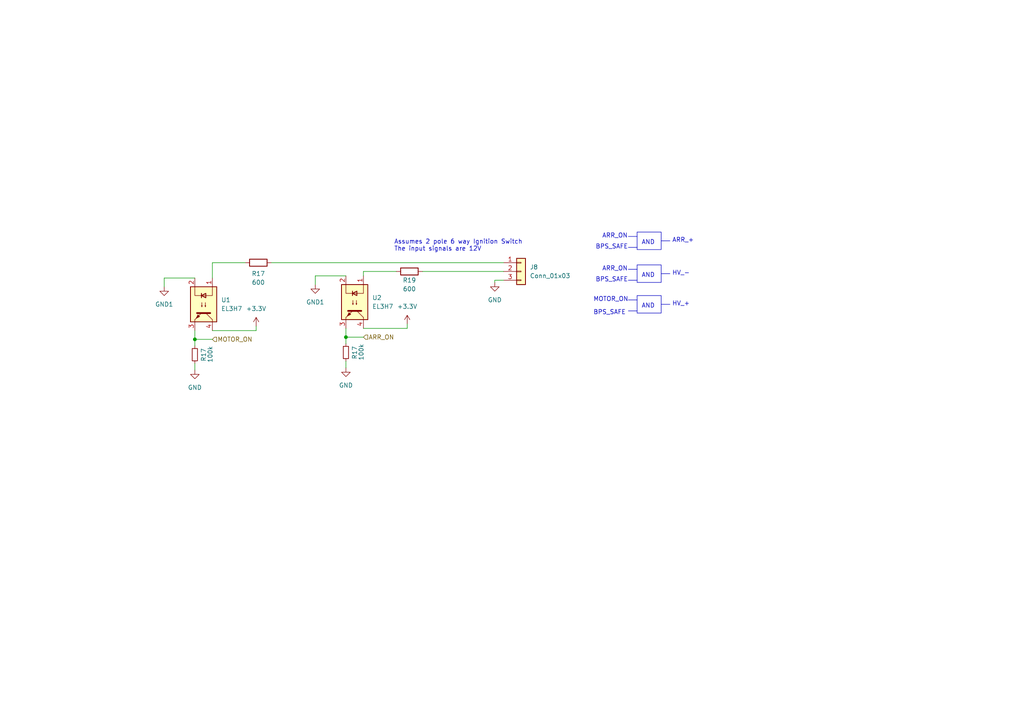
<source format=kicad_sch>
(kicad_sch (version 20230121) (generator eeschema)
  (paper "A4")
  (lib_symbols
    (symbol "Connector_Generic:Conn_01x03" (pin_names (offset 1.016) hide)
      (property "Reference" "J" (at 0 5.08 0))
      (property "Value" "Conn_01x03" (at 0 -5.08 0))
      (symbol "Conn_01x03_1_1"
        (rectangle (start -1.27 -2.413) (end 0 -2.667) (stroke (width 0.1524)))
        (rectangle (start -1.27 0.127) (end 0 -0.127) (stroke (width 0.1524)))
        (rectangle (start -1.27 2.667) (end 0 2.413) (stroke (width 0.1524)))
        (rectangle (start -1.27 3.81) (end 1.27 -3.81) (stroke (width 0.254)) (fill (type background)))
        (pin passive line (at -5.08 2.54 0) (length 3.81) (name "Pin_1") (number "1"))
        (pin passive line (at -5.08 0 0) (length 3.81) (name "Pin_2") (number "2"))
        (pin passive line (at -5.08 -2.54 0) (length 3.81) (name "Pin_3") (number "3"))
      )
    )
    (symbol "Device:R" (pin_numbers hide) (pin_names (offset 0))
      (property "Reference" "R" (at 2.032 0 90))
      (property "Value" "R" (at 0 0 90))
      (symbol "R_0_1"
        (rectangle (start -1.016 -2.54) (end 1.016 2.54) (stroke (width 0.254)))
      )
      (symbol "R_1_1"
        (pin passive line (at 0 3.81 270) (length 1.27) (name "~") (number "1"))
        (pin passive line (at 0 -3.81 90) (length 1.27) (name "~") (number "2"))
      )
    )
    (symbol "Device:R_Small" (pin_numbers hide) (pin_names (offset 0.254) hide)
      (property "Reference" "R" (at 0.762 0.508 0))
      (property "Value" "R_Small" (at 0.762 -1.016 0))
      (symbol "R_Small_0_1"
        (rectangle (start -0.762 1.778) (end 0.762 -1.778) (stroke (width 0.2032)))
      )
      (symbol "R_Small_1_1"
        (pin passive line (at 0 2.54 270) (length 0.762) (name "~") (number "1"))
        (pin passive line (at 0 -2.54 90) (length 0.762) (name "~") (number "2"))
      )
    )
    (symbol "Isolator:EL817" (pin_names (offset 1.016))
      (property "Reference" "U" (at -5.08 5.08 0))
      (property "Value" "EL817" (at 0 5.08 0))
      (symbol "EL817_0_1"
        (rectangle (start -5.08 3.81) (end 5.08 -3.81) (stroke (width 0.254)) (fill (type background)))
        (polyline (pts (xy -3.175 -0.635) (xy -1.905 -0.635)) (stroke (width 0.254)))
        (polyline (pts (xy 2.54 0.635) (xy 4.445 2.54)))
        (polyline (pts (xy 4.445 -2.54) (xy 2.54 -0.635)) (fill (type outline)))
        (polyline (pts (xy 4.445 -2.54) (xy 5.08 -2.54)))
        (polyline (pts (xy 4.445 2.54) (xy 5.08 2.54)))
        (polyline (pts (xy -5.08 2.54) (xy -2.54 2.54) (xy -2.54 -0.635)))
        (polyline (pts (xy -2.54 -0.635) (xy -2.54 -2.54) (xy -5.08 -2.54)))
        (polyline (pts (xy 2.54 1.905) (xy 2.54 -1.905) (xy 2.54 -1.905)) (stroke (width 0.508)))
        (polyline (pts (xy -2.54 -0.635) (xy -3.175 0.635) (xy -1.905 0.635) (xy -2.54 -0.635)) (stroke (width 0.254)))
        (polyline (pts (xy -0.508 -0.508) (xy 0.762 -0.508) (xy 0.381 -0.635) (xy 0.381 -0.381) (xy 0.762 -0.508)))
        (polyline (pts (xy -0.508 0.508) (xy 0.762 0.508) (xy 0.381 0.381) (xy 0.381 0.635) (xy 0.762 0.508)))
        (polyline (pts (xy 3.048 -1.651) (xy 3.556 -1.143) (xy 4.064 -2.159) (xy 3.048 -1.651) (xy 3.048 -1.651)) (fill (type outline)))
      )
      (symbol "EL817_1_1"
        (pin passive line (at -7.62 2.54 0) (length 2.54) (name "~") (number "1"))
        (pin passive line (at -7.62 -2.54 0) (length 2.54) (name "~") (number "2"))
        (pin passive line (at 7.62 -2.54 180) (length 2.54) (name "~") (number "3"))
        (pin passive line (at 7.62 2.54 180) (length 2.54) (name "~") (number "4"))
      )
    )
    (symbol "power:+3.3V" (power) (pin_names (offset 0))
      (property "Value" "+3.3V" (at 0 3.556 0))
      (symbol "+3.3V_0_1"
        (polyline (pts (xy -0.762 1.27) (xy 0 2.54)))
        (polyline (pts (xy 0 0) (xy 0 2.54)))
        (polyline (pts (xy 0 2.54) (xy 0.762 1.27)))
      )
      (symbol "+3.3V_1_1"
        (pin power_in line (at 0 0 90) (length 0) hide (name "+3.3V") (number "1"))
      )
    )
    (symbol "power:GND" (power) (pin_names (offset 0))
      (property "Value" "GND" (at 0 -3.81 0))
      (symbol "GND_0_1"
        (polyline (pts (xy 0 0) (xy 0 -1.27) (xy 1.27 -1.27) (xy 0 -2.54) (xy -1.27 -1.27) (xy 0 -1.27)))
      )
      (symbol "GND_1_1"
        (pin power_in line (at 0 0 270) (length 0) hide (name "GND") (number "1"))
      )
    )
    (symbol "power:GND1" (power) (pin_names (offset 0))
      (property "Value" "GND1" (at 0 -3.81 0))
      (symbol "GND1_0_1"
        (polyline (pts (xy 0 0) (xy 0 -1.27) (xy 1.27 -1.27) (xy 0 -2.54) (xy -1.27 -1.27) (xy 0 -1.27)))
      )
      (symbol "GND1_1_1"
        (pin power_in line (at 0 0 270) (length 0) hide (name "GND1") (number "1"))
      )
    )
  )
  (junction (at 56.515 98.425))
  (junction (at 100.33 97.79))
  (wire (pts (xy 143.51 81.915) (xy 143.51 81.28)))
  (wire (pts (xy 74.295 94.615) (xy 74.295 95.885)))
  (wire (pts (xy 114.935 78.74) (xy 105.41 78.74)))
  (wire (pts (xy 61.595 95.885) (xy 74.295 95.885)))
  (wire (pts (xy 56.515 98.425) (xy 56.515 100.33)))
  (wire (pts (xy 100.33 97.79) (xy 105.41 97.79)))
  (wire (pts (xy 71.12 76.2) (xy 61.595 76.2)))
  (wire (pts (xy 105.41 78.74) (xy 105.41 80.01)))
  (wire (pts (xy 56.515 80.645) (xy 47.625 80.645)))
  (wire (pts (xy 100.33 97.79) (xy 100.33 99.695)))
  (wire (pts (xy 91.44 80.01) (xy 91.44 82.55)))
  (wire (pts (xy 100.33 95.25) (xy 100.33 97.79)))
  (wire (pts (xy 47.625 80.645) (xy 47.625 83.185)))
  (wire (pts (xy 100.33 80.01) (xy 91.44 80.01)))
  (wire (pts (xy 56.515 105.41) (xy 56.515 107.315)))
  (wire (pts (xy 100.33 104.775) (xy 100.33 106.68)))
  (wire (pts (xy 118.11 93.98) (xy 118.11 95.25)))
  (wire (pts (xy 56.515 95.885) (xy 56.515 98.425)))
  (wire (pts (xy 56.515 98.425) (xy 61.595 98.425)))
  (wire (pts (xy 122.555 78.74) (xy 146.05 78.74)))
  (wire (pts (xy 143.51 81.28) (xy 146.05 81.28)))
  (wire (pts (xy 105.41 95.25) (xy 118.11 95.25)))
  (wire (pts (xy 61.595 76.2) (xy 61.595 80.645)))
  (wire (pts (xy 78.74 76.2) (xy 146.05 76.2)))
  (rectangle (start 182.245 71.755) (end 184.785 71.755))
  (rectangle (start 182.245 81.28) (end 184.785 81.28))
  (rectangle (start 182.245 68.58) (end 184.785 68.58))
  (rectangle (start 184.785 76.835) (end 191.77 81.915))
  (rectangle (start 182.245 90.17) (end 184.785 90.17))
  (rectangle (start 182.245 86.995) (end 184.785 86.995))
  (rectangle (start 184.785 67.31) (end 191.77 72.39))
  (rectangle (start 191.77 88.265) (end 194.31 88.265))
  (rectangle (start 191.77 79.375) (end 194.31 79.375))
  (rectangle (start 191.77 69.85) (end 194.31 69.85))
  (rectangle (start 182.245 78.105) (end 184.785 78.105))
  (rectangle (start 184.785 85.725) (end 191.77 90.805))
  (text "AND" (at 186.055 71.12 0) (effects (font (size 1.27 1.27)) (justify left bottom)))
  (text "BPS_SAFE" (at 172.72 81.915 0) (effects (font (size 1.27 1.27)) (justify left bottom)))
  (text "MOTOR_ON" (at 172.085 87.63 0) (effects (font (size 1.27 1.27)) (justify left bottom)))
  (text "AND" (at 186.055 89.535 0) (effects (font (size 1.27 1.27)) (justify left bottom)))
  (text "BPS_SAFE" (at 172.72 72.39 0) (effects (font (size 1.27 1.27)) (justify left bottom)))
  (text "AND" (at 186.055 80.645 0) (effects (font (size 1.27 1.27)) (justify left bottom)))
  (text "ARR_ON" (at 174.625 78.74 0) (effects (font (size 1.27 1.27)) (justify left bottom)))
  (text "ARR_ON" (at 174.625 69.215 0) (effects (font (size 1.27 1.27)) (justify left bottom)))
  (text "HV_-" (at 194.945 80.01 0) (effects (font (size 1.27 1.27)) (justify left bottom)))
  (text "ARR_+" (at 194.945 70.485 0) (effects (font (size 1.27 1.27)) (justify left bottom)))
  (text "BPS_SAFE" (at 172.085 91.44 0) (effects (font (size 1.27 1.27)) (justify left bottom)))
  (text "Assumes 2 pole 6 way Ignition Switch\nThe input signals are 12V" (at 114.3 73.025 0) (effects (font (size 1.27 1.27)) (justify left bottom)))
  (text "HV_+" (at 194.945 88.9 0) (effects (font (size 1.27 1.27)) (justify left bottom)))
  (hierarchical_label "MOTOR_ON" (shape input) (at 61.595 98.425 0))
  (hierarchical_label "ARR_ON" (shape input) (at 105.41 97.79 0))
  (symbol (lib_id "power:GND") (at 143.51 81.915 0) (unit 1)
    (property "Reference" "#PWR047" (effects hide))
    (property "Value" "GND" (at 143.51 86.995 0))
  )
  (symbol (lib_id "Device:R_Small") (at 56.515 102.87 180) (unit 1)
    (property "Reference" "R17" (at 59.055 100.965 90) (effects (justify left)))
    (property "Value" "100k" (at 60.96 100.33 90) (effects (justify left)))
    (property "Footprint" "Resistor_SMD:R_0805_2012Metric" (effects hide))
    (property "PN" "CRCW0805100KFKEAC" (effects hide))
    (property "Mauser PN" "71-CRCW0805100KFKEAC" (effects hide))
    (property "P/N" "CRCW0805100KFKEAC" (effects hide))
    (instances (project "Controls-LightingPCB" (path "" (reference "R17") (unit 1)) (path "" (reference "R19") (unit 1))) (project "BPS-LeaderDaughter" (path "" (reference "R16") (unit 1))) (project "Controls-LeaderDaughterPCB" (path "" (reference "R17") (unit 1))))
  )
  (symbol (lib_id "Isolator:EL817") (at 102.87 87.63 270) (unit 1)
    (property "Reference" "U2" (at 107.95 86.36 90) (effects (justify left)))
    (property "Value" "EL3H7" (at 107.95 88.9 90) (effects (justify left)))
    (property "Footprint" "Package_SO:SOP-4_4.4x2.6mm_P1.27mm" (effects hide))
    (property "Datasheet" "https://www.mouser.com/datasheet/2/143/EL3H7_G-26376.pdf" (effects hide))
    (property "Mauser PN" "638-EL3H7DTAVG " (effects hide))
    (property "P/N" "EL3H7(D)(TA)-VG" (effects hide))
    (instances (project "BPS-LeaderDaughter" (path "" (reference "U2") (unit 1))) (project "Controls-LeaderDaughterPCB" (path "" (reference "U1") (unit 1)) (path "" (reference "U2") (unit 1))))
  )
  (symbol (lib_id "power:+3.3V") (at 118.11 93.98 0) (unit 1)
    (property "Reference" "#PWR046" (effects hide))
    (property "Value" "+3.3V" (at 118.11 88.9 0))
  )
  (symbol (lib_id "Device:R") (at 118.745 78.74 90) (unit 1)
    (property "Reference" "R19" (at 118.745 81.28 90))
    (property "Value" "600" (at 118.745 83.82 90))
    (property "Footprint" "Resistor_SMD:R_0805_2012Metric" (effects hide))
    (property "P/N" "CRCW0805600RFKEAHP" (effects hide))
  )
  (symbol (lib_id "Isolator:EL817") (at 59.055 88.265 270) (unit 1)
    (property "Reference" "U1" (at 64.135 86.995 90) (effects (justify left)))
    (property "Value" "EL3H7" (at 64.135 89.535 90) (effects (justify left)))
    (property "Footprint" "Package_SO:SOP-4_4.4x2.6mm_P1.27mm" (effects hide))
    (property "Datasheet" "https://www.mouser.com/datasheet/2/143/EL3H7_G-26376.pdf" (effects hide))
    (property "Mauser PN" "638-EL3H7DTAVG " (effects hide))
    (property "P/N" "EL3H7(D)(TA)-VG" (effects hide))
    (instances (project "BPS-LeaderDaughter" (path "" (reference "U1") (unit 1))) (project "Controls-LeaderDaughterPCB" (path "" (reference "U1") (unit 1)) (path "" (reference "U2") (unit 1))))
  )
  (symbol (lib_id "power:GND") (at 56.515 107.315 0) (unit 1)
    (property "Reference" "#PWR042" (effects hide))
    (property "Value" "GND" (at 56.515 112.395 0))
  )
  (symbol (lib_id "power:GND1") (at 91.44 82.55 0) (unit 1)
    (property "Reference" "#PWR03" (effects hide))
    (property "Value" "GND1" (at 91.44 87.63 0))
  )
  (symbol (lib_id "power:GND") (at 100.33 106.68 0) (unit 1)
    (property "Reference" "#PWR045" (effects hide))
    (property "Value" "GND" (at 100.33 111.76 0))
  )
  (symbol (lib_id "power:+3.3V") (at 74.295 94.615 0) (unit 1)
    (property "Reference" "#PWR043" (effects hide))
    (property "Value" "+3.3V" (at 74.295 89.535 0))
  )
  (symbol (lib_id "power:GND1") (at 47.625 83.185 0) (unit 1)
    (property "Reference" "#PWR012" (effects hide))
    (property "Value" "GND1" (at 47.625 88.265 0))
  )
  (symbol (lib_id "Device:R") (at 74.93 76.2 90) (unit 1)
    (property "Reference" "R17" (at 74.93 79.375 90))
    (property "Value" "600" (at 74.93 81.915 90))
    (property "Footprint" "Resistor_SMD:R_0805_2012Metric" (effects hide))
    (property "P/N" "CRCW0805600RFKEAHP" (effects hide))
  )
  (symbol (lib_id "Connector_Generic:Conn_01x03") (at 151.13 78.74 0) (unit 1)
    (property "Reference" "J8" (at 153.67 77.47 0) (effects (justify left)))
    (property "Value" "Conn_01x03" (at 153.67 80.01 0) (effects (justify left)))
    (property "Footprint" "Connector_Molex:Molex_Micro-Fit_3.0_43650-0315_1x03_P3.00mm_Vertical" (effects hide))
    (property "P/N" "436500315" (effects hide))
  )
  (symbol (lib_id "Device:R_Small") (at 100.33 102.235 180) (unit 1)
    (property "Reference" "R17" (at 102.87 100.33 90) (effects (justify left)))
    (property "Value" "100k" (at 104.775 99.695 90) (effects (justify left)))
    (property "Footprint" "Resistor_SMD:R_0805_2012Metric" (effects hide))
    (property "PN" "CRCW0805100KFKEAC" (effects hide))
    (property "Mauser PN" "71-CRCW0805100KFKEAC" (effects hide))
    (property "P/N" "CRCW0805100KFKEAC" (effects hide))
    (instances (project "Controls-LightingPCB" (path "" (reference "R17") (unit 1)) (path "" (reference "R19") (unit 1))) (project "BPS-LeaderDaughter" (path "" (reference "R18") (unit 1))) (project "Controls-LeaderDaughterPCB" (path "" (reference "R17") (unit 1))))
  )
)
</source>
